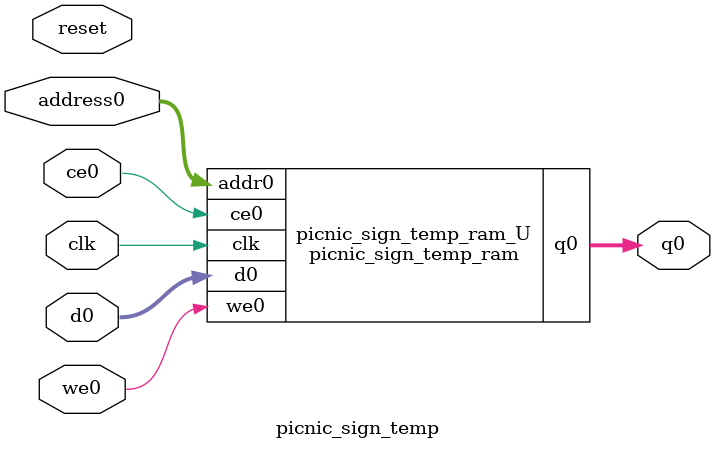
<source format=v>
`timescale 1 ns / 1 ps
module picnic_sign_temp_ram (addr0, ce0, d0, we0, q0,  clk);

parameter DWIDTH = 32;
parameter AWIDTH = 3;
parameter MEM_SIZE = 8;

input[AWIDTH-1:0] addr0;
input ce0;
input[DWIDTH-1:0] d0;
input we0;
output reg[DWIDTH-1:0] q0;
input clk;

(* ram_style = "distributed" *)reg [DWIDTH-1:0] ram[0:MEM_SIZE-1];




always @(posedge clk)  
begin 
    if (ce0) begin
        if (we0) 
            ram[addr0] <= d0; 
        q0 <= ram[addr0];
    end
end


endmodule

`timescale 1 ns / 1 ps
module picnic_sign_temp(
    reset,
    clk,
    address0,
    ce0,
    we0,
    d0,
    q0);

parameter DataWidth = 32'd32;
parameter AddressRange = 32'd8;
parameter AddressWidth = 32'd3;
input reset;
input clk;
input[AddressWidth - 1:0] address0;
input ce0;
input we0;
input[DataWidth - 1:0] d0;
output[DataWidth - 1:0] q0;



picnic_sign_temp_ram picnic_sign_temp_ram_U(
    .clk( clk ),
    .addr0( address0 ),
    .ce0( ce0 ),
    .we0( we0 ),
    .d0( d0 ),
    .q0( q0 ));

endmodule


</source>
